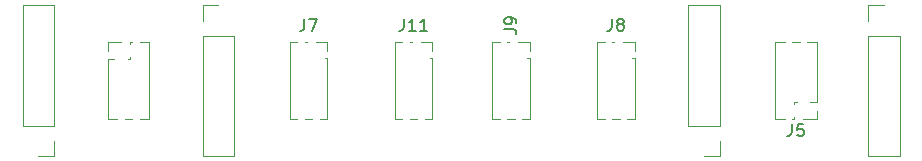
<source format=gbr>
G04 #@! TF.GenerationSoftware,KiCad,Pcbnew,(5.0.0)*
G04 #@! TF.CreationDate,2019-11-08T17:11:36-06:00*
G04 #@! TF.ProjectId,TC2050_adapter,5443323035305F616461707465722E6B,rev?*
G04 #@! TF.SameCoordinates,Original*
G04 #@! TF.FileFunction,Legend,Top*
G04 #@! TF.FilePolarity,Positive*
%FSLAX46Y46*%
G04 Gerber Fmt 4.6, Leading zero omitted, Abs format (unit mm)*
G04 Created by KiCad (PCBNEW (5.0.0)) date 11/08/19 17:11:36*
%MOMM*%
%LPD*%
G01*
G04 APERTURE LIST*
%ADD10C,0.120000*%
%ADD11C,0.150000*%
G04 APERTURE END LIST*
D10*
G04 #@! TO.C,J1*
X29270000Y-26610000D02*
X26610000Y-26610000D01*
X29270000Y-36830000D02*
X29270000Y-26610000D01*
X26610000Y-36830000D02*
X26610000Y-26610000D01*
X29270000Y-36830000D02*
X26610000Y-36830000D01*
X29270000Y-38100000D02*
X29270000Y-39430000D01*
X29270000Y-39430000D02*
X27940000Y-39430000D01*
G04 #@! TO.C,J2*
X33795000Y-36255000D02*
X34617470Y-36255000D01*
X36502530Y-36255000D02*
X37325000Y-36255000D01*
X35232530Y-36255000D02*
X35887470Y-36255000D01*
X33795000Y-31240000D02*
X33795000Y-36255000D01*
X37325000Y-29785000D02*
X37325000Y-36255000D01*
X33795000Y-31240000D02*
X34361529Y-31240000D01*
X35488471Y-31240000D02*
X35631529Y-31240000D01*
X35685000Y-31186529D02*
X35685000Y-31043471D01*
X35685000Y-29916529D02*
X35685000Y-29785000D01*
X35685000Y-29785000D02*
X35887470Y-29785000D01*
X36502530Y-29785000D02*
X37325000Y-29785000D01*
X33795000Y-30480000D02*
X33795000Y-29720000D01*
X33795000Y-29720000D02*
X34925000Y-29720000D01*
G04 #@! TO.C,J3*
X41850000Y-26610000D02*
X43180000Y-26610000D01*
X41850000Y-27940000D02*
X41850000Y-26610000D01*
X41850000Y-29210000D02*
X44510000Y-29210000D01*
X44510000Y-29210000D02*
X44510000Y-39430000D01*
X41850000Y-29210000D02*
X41850000Y-39430000D01*
X41850000Y-39430000D02*
X44510000Y-39430000D01*
G04 #@! TO.C,J4*
X98222017Y-26630885D02*
X99552017Y-26630885D01*
X98222017Y-27960885D02*
X98222017Y-26630885D01*
X98222017Y-29230885D02*
X100882017Y-29230885D01*
X100882017Y-29230885D02*
X100882017Y-39450885D01*
X98222017Y-29230885D02*
X98222017Y-39450885D01*
X98222017Y-39450885D02*
X100882017Y-39450885D01*
G04 #@! TO.C,J6*
X85642018Y-26630885D02*
X82982018Y-26630885D01*
X85642018Y-36850885D02*
X85642018Y-26630885D01*
X82982018Y-36850885D02*
X82982018Y-26630885D01*
X85642018Y-36850885D02*
X82982018Y-36850885D01*
X85642018Y-38120885D02*
X85642018Y-39450885D01*
X85642018Y-39450885D02*
X84312018Y-39450885D01*
G04 #@! TO.C,J8*
X75250000Y-29785000D02*
X75892470Y-29785000D01*
X76507530Y-29785000D02*
X76710000Y-29785000D01*
X75250000Y-29785000D02*
X75250000Y-36255000D01*
X77777530Y-36255000D02*
X78420000Y-36255000D01*
X75250000Y-36255000D02*
X75892470Y-36255000D01*
X76507530Y-36255000D02*
X77162470Y-36255000D01*
X78420000Y-31115000D02*
X78420000Y-36255000D01*
X78230000Y-31115000D02*
X78420000Y-31115000D01*
X78420000Y-29720000D02*
X78420000Y-30480000D01*
X77470000Y-29720000D02*
X78420000Y-29720000D01*
G04 #@! TO.C,J9*
X68580000Y-29720000D02*
X69530000Y-29720000D01*
X69530000Y-29720000D02*
X69530000Y-30480000D01*
X69340000Y-31115000D02*
X69530000Y-31115000D01*
X69530000Y-31115000D02*
X69530000Y-36255000D01*
X67617530Y-36255000D02*
X68272470Y-36255000D01*
X66360000Y-36255000D02*
X67002470Y-36255000D01*
X68887530Y-36255000D02*
X69530000Y-36255000D01*
X66360000Y-29785000D02*
X66360000Y-36255000D01*
X67617530Y-29785000D02*
X67820000Y-29785000D01*
X66360000Y-29785000D02*
X67002470Y-29785000D01*
G04 #@! TO.C,J11*
X58105000Y-29785000D02*
X58747470Y-29785000D01*
X59362530Y-29785000D02*
X59565000Y-29785000D01*
X58105000Y-29785000D02*
X58105000Y-36255000D01*
X60632530Y-36255000D02*
X61275000Y-36255000D01*
X58105000Y-36255000D02*
X58747470Y-36255000D01*
X59362530Y-36255000D02*
X60017470Y-36255000D01*
X61275000Y-31115000D02*
X61275000Y-36255000D01*
X61085000Y-31115000D02*
X61275000Y-31115000D01*
X61275000Y-29720000D02*
X61275000Y-30480000D01*
X60325000Y-29720000D02*
X61275000Y-29720000D01*
G04 #@! TO.C,J7*
X51435000Y-29720000D02*
X52385000Y-29720000D01*
X52385000Y-29720000D02*
X52385000Y-30480000D01*
X52195000Y-31115000D02*
X52385000Y-31115000D01*
X52385000Y-31115000D02*
X52385000Y-36255000D01*
X50472530Y-36255000D02*
X51127470Y-36255000D01*
X49215000Y-36255000D02*
X49857470Y-36255000D01*
X51742530Y-36255000D02*
X52385000Y-36255000D01*
X49215000Y-29785000D02*
X49215000Y-36255000D01*
X50472530Y-29785000D02*
X50675000Y-29785000D01*
X49215000Y-29785000D02*
X49857470Y-29785000D01*
G04 #@! TO.C,J5*
X93840000Y-29785000D02*
X93017530Y-29785000D01*
X91132470Y-29785000D02*
X90310000Y-29785000D01*
X92402470Y-29785000D02*
X91747530Y-29785000D01*
X93840000Y-34800000D02*
X93840000Y-29785000D01*
X90310000Y-36255000D02*
X90310000Y-29785000D01*
X93840000Y-34800000D02*
X93273471Y-34800000D01*
X92146529Y-34800000D02*
X92003471Y-34800000D01*
X91950000Y-34853471D02*
X91950000Y-34996529D01*
X91950000Y-36123471D02*
X91950000Y-36255000D01*
X91950000Y-36255000D02*
X91747530Y-36255000D01*
X91132470Y-36255000D02*
X90310000Y-36255000D01*
X93840000Y-35560000D02*
X93840000Y-36320000D01*
X93840000Y-36320000D02*
X92710000Y-36320000D01*
G04 #@! TO.C,J8*
D11*
X76501666Y-27797380D02*
X76501666Y-28511666D01*
X76454047Y-28654523D01*
X76358809Y-28749761D01*
X76215952Y-28797380D01*
X76120714Y-28797380D01*
X77120714Y-28225952D02*
X77025476Y-28178333D01*
X76977857Y-28130714D01*
X76930238Y-28035476D01*
X76930238Y-27987857D01*
X76977857Y-27892619D01*
X77025476Y-27845000D01*
X77120714Y-27797380D01*
X77311190Y-27797380D01*
X77406428Y-27845000D01*
X77454047Y-27892619D01*
X77501666Y-27987857D01*
X77501666Y-28035476D01*
X77454047Y-28130714D01*
X77406428Y-28178333D01*
X77311190Y-28225952D01*
X77120714Y-28225952D01*
X77025476Y-28273571D01*
X76977857Y-28321190D01*
X76930238Y-28416428D01*
X76930238Y-28606904D01*
X76977857Y-28702142D01*
X77025476Y-28749761D01*
X77120714Y-28797380D01*
X77311190Y-28797380D01*
X77406428Y-28749761D01*
X77454047Y-28702142D01*
X77501666Y-28606904D01*
X77501666Y-28416428D01*
X77454047Y-28321190D01*
X77406428Y-28273571D01*
X77311190Y-28225952D01*
G04 #@! TO.C,J9*
X67397380Y-28678333D02*
X68111666Y-28678333D01*
X68254523Y-28725952D01*
X68349761Y-28821190D01*
X68397380Y-28964047D01*
X68397380Y-29059285D01*
X68397380Y-28154523D02*
X68397380Y-27964047D01*
X68349761Y-27868809D01*
X68302142Y-27821190D01*
X68159285Y-27725952D01*
X67968809Y-27678333D01*
X67587857Y-27678333D01*
X67492619Y-27725952D01*
X67445000Y-27773571D01*
X67397380Y-27868809D01*
X67397380Y-28059285D01*
X67445000Y-28154523D01*
X67492619Y-28202142D01*
X67587857Y-28249761D01*
X67825952Y-28249761D01*
X67921190Y-28202142D01*
X67968809Y-28154523D01*
X68016428Y-28059285D01*
X68016428Y-27868809D01*
X67968809Y-27773571D01*
X67921190Y-27725952D01*
X67825952Y-27678333D01*
G04 #@! TO.C,J11*
X58880476Y-27797380D02*
X58880476Y-28511666D01*
X58832857Y-28654523D01*
X58737619Y-28749761D01*
X58594761Y-28797380D01*
X58499523Y-28797380D01*
X59880476Y-28797380D02*
X59309047Y-28797380D01*
X59594761Y-28797380D02*
X59594761Y-27797380D01*
X59499523Y-27940238D01*
X59404285Y-28035476D01*
X59309047Y-28083095D01*
X60832857Y-28797380D02*
X60261428Y-28797380D01*
X60547142Y-28797380D02*
X60547142Y-27797380D01*
X60451904Y-27940238D01*
X60356666Y-28035476D01*
X60261428Y-28083095D01*
G04 #@! TO.C,J7*
X50466666Y-27797380D02*
X50466666Y-28511666D01*
X50419047Y-28654523D01*
X50323809Y-28749761D01*
X50180952Y-28797380D01*
X50085714Y-28797380D01*
X50847619Y-27797380D02*
X51514285Y-27797380D01*
X51085714Y-28797380D01*
G04 #@! TO.C,J5*
X91741666Y-36707380D02*
X91741666Y-37421666D01*
X91694047Y-37564523D01*
X91598809Y-37659761D01*
X91455952Y-37707380D01*
X91360714Y-37707380D01*
X92694047Y-36707380D02*
X92217857Y-36707380D01*
X92170238Y-37183571D01*
X92217857Y-37135952D01*
X92313095Y-37088333D01*
X92551190Y-37088333D01*
X92646428Y-37135952D01*
X92694047Y-37183571D01*
X92741666Y-37278809D01*
X92741666Y-37516904D01*
X92694047Y-37612142D01*
X92646428Y-37659761D01*
X92551190Y-37707380D01*
X92313095Y-37707380D01*
X92217857Y-37659761D01*
X92170238Y-37612142D01*
G04 #@! TD*
M02*

</source>
